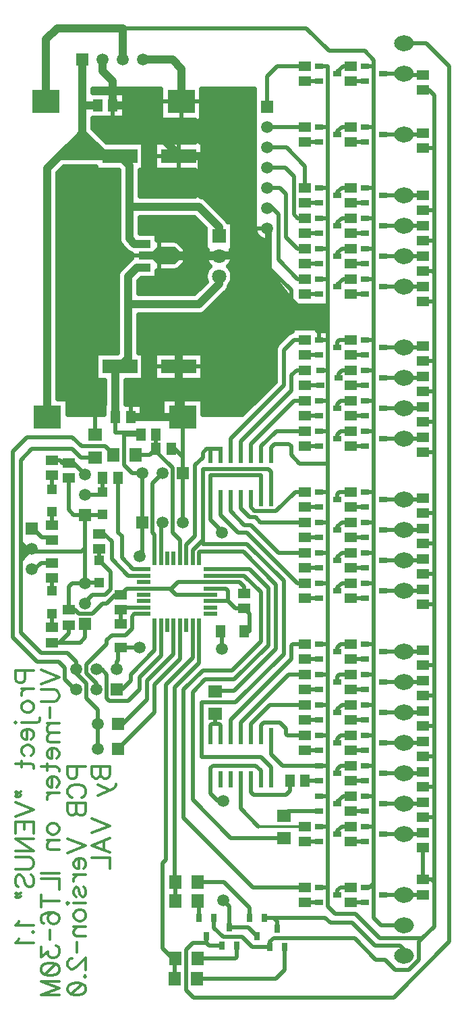
<source format=gbr>
G04 DipTrace 3.3.1.3*
G04 Bottom.gbr*
%MOIN*%
G04 #@! TF.FileFunction,Copper,L2,Bot*
G04 #@! TF.Part,Single*
%AMOUTLINE0*
4,1,10,
-0.100394,0.019685,
-0.033465,0.019685,
-0.009843,0.043307,
0.076772,0.043307,
0.100394,0.019685,
0.100394,-0.019685,
0.076772,-0.043307,
-0.009843,-0.043307,
-0.033465,-0.019685,
-0.100394,-0.019685,
-0.100394,0.019685,
0*%
%AMOUTLINE3*
4,1,20,
0.0,0.03937,
0.015208,0.037443,
0.028926,0.031851,
0.039814,0.023141,
0.046804,0.012166,
0.049213,0.0,
0.046804,-0.012166,
0.039814,-0.023141,
0.028926,-0.031851,
0.015208,-0.037443,
0.0,-0.03937,
-0.015208,-0.037443,
-0.028926,-0.031851,
-0.039814,-0.023141,
-0.046804,-0.012166,
-0.049213,0.0,
-0.046804,0.012166,
-0.039814,0.023141,
-0.028926,0.031851,
-0.015208,0.037443,
0.0,0.03937,
0*%
G04 #@! TA.AperFunction,CopperBalancing*
%ADD13C,0.019685*%
G04 #@! TA.AperFunction,Conductor*
%ADD14C,0.03937*%
%ADD15C,0.012992*%
G04 #@! TA.AperFunction,CopperBalancing*
%ADD16C,0.025*%
%ADD17R,0.059055X0.051181*%
%ADD19R,0.173228X0.070866*%
%ADD20R,0.051181X0.059055*%
%ADD22R,0.047244X0.047244*%
G04 #@! TA.AperFunction,ComponentPad*
%ADD23R,0.059055X0.059055*%
%ADD24C,0.059055*%
%ADD25R,0.047244X0.062992*%
%ADD26R,0.062992X0.047244*%
%ADD28R,0.025591X0.041339*%
%ADD30R,0.041339X0.025591*%
%ADD31R,0.062992X0.070866*%
%ADD32R,0.070866X0.062992*%
%ADD34R,0.066929X0.019685*%
%ADD35R,0.019685X0.066929*%
%ADD36R,0.023622X0.07874*%
G04 #@! TA.AperFunction,ComponentPad*
%ADD37R,0.137795X0.11811*%
%ADD39R,0.059055X0.03937*%
G04 #@! TA.AperFunction,ComponentPad*
%ADD40R,0.070866X0.070866*%
%ADD41C,0.070866*%
G04 #@! TA.AperFunction,ViaPad*
%ADD42C,0.059055*%
%ADD89C,0.013895*%
%ADD91OUTLINE0*%
G04 #@! TA.AperFunction,ComponentPad*
%ADD94OUTLINE3*%
%FSLAX26Y26*%
G04*
G70*
G90*
G75*
G01*
G04 Bottom*
%LPD*%
X1800050Y778001D2*
D13*
Y812352D1*
X1781201Y831201D1*
X1737256D1*
X2424951Y644735D2*
Y674950D1*
X2406201Y693701D1*
X2281201D1*
X2168701Y806201D1*
X2062451D1*
X2037451Y831201D1*
X1781201D1*
X999953Y3299950D2*
D14*
Y3528794D1*
X1021110Y3549951D1*
X1512453Y3993699D2*
Y3956202D1*
X1412451Y3856201D1*
X1062451D1*
Y3993702D1*
X1106201Y4037451D1*
X1143702D1*
X1718701Y1513386D2*
D13*
Y1557236D1*
X1693702Y1582235D1*
X1481202D1*
X1468701Y1569734D1*
Y1513386D1*
X1718701Y2899852D2*
Y3012450D1*
X1468701D1*
Y2899852D1*
X1562551Y784253D2*
X1656251D1*
X1699854Y740650D1*
X999953Y3299950D2*
Y3224951D1*
X1124951D1*
Y3212450D1*
X1043701D1*
Y3062451D1*
X1081202Y3024950D1*
X1131202D1*
Y2781201D1*
X1131201D1*
X1006202Y2056201D2*
Y2093701D1*
X1012451Y2099950D1*
Y2163091D1*
X1024951D1*
X1062451Y3856201D2*
D14*
Y3591293D1*
X1021110Y3549951D1*
X1131201Y2781201D2*
D13*
Y2624949D1*
X1118702Y2612450D1*
X1118701Y2162450D2*
X1025592D1*
X1024951Y2163091D1*
X1524951Y2156201D2*
Y2238091D1*
X1519341Y2243701D1*
X1531201Y1406201D2*
X1506201D1*
X1468701Y1443701D1*
Y1513386D1*
X1562551Y784253D2*
Y887352D1*
X1531202Y918701D1*
X1524951Y2731201D2*
Y2737450D1*
X1468701Y2793701D1*
Y2899852D1*
X937450Y5062450D2*
D14*
Y5006202D1*
X987255Y4956398D1*
Y4837451D1*
X1068701D1*
X1312449Y4593703D1*
Y4587450D1*
X1331202Y3299951D2*
X1074756D1*
Y3299950D1*
X1312449Y3549951D2*
Y3318705D1*
X1331202Y3299951D1*
X1512453Y4093699D2*
X1217375D1*
X1214568Y4096507D1*
X1312449Y4587450D2*
X1424951D1*
Y4437451D1*
X1599951Y4262451D1*
Y4231201D1*
Y4096507D1*
X1214568D1*
X1312449Y3549951D2*
Y3699950D1*
X1374951D1*
X1599951Y3924950D1*
Y4096507D1*
X1137450Y5062450D2*
X1281202D1*
X1324942Y5018710D1*
Y4856211D1*
X2518702Y1019735D2*
D13*
Y1175984D1*
X2518701Y1175986D1*
X2518702Y1019735D2*
X2562450D1*
X2574951Y1007234D1*
Y788484D1*
X2517668Y731201D1*
X2306202D1*
X2187451Y849951D1*
X2087451D1*
X2049951Y887451D1*
Y982235D1*
X2006398D1*
X2006201Y982038D1*
Y1282038D2*
X2049951D1*
Y982235D1*
X2006201Y1432037D2*
X2049951D1*
Y1582038D1*
Y1732038D1*
Y1882038D1*
Y2032038D1*
Y2182038D1*
Y2476769D1*
Y2632038D1*
Y2787904D1*
Y2932037D1*
Y3071824D1*
Y3232037D1*
Y3382038D1*
Y3532037D1*
Y3682038D1*
Y3850984D1*
Y3982038D1*
Y4132037D1*
Y4282038D1*
Y4432038D1*
Y4732038D1*
Y5032235D1*
X2006398D1*
X2006201Y5032038D1*
Y4732038D2*
X2049951D1*
X2006201Y4432038D2*
X2049951D1*
X2006201Y4282038D2*
X2049951D1*
X2006201Y4132038D2*
X2049951Y4132037D1*
X2006201Y3982038D2*
X2049951D1*
X2006201Y3682038D2*
X2049951D1*
X2012451Y3532038D2*
X2049951Y3532037D1*
X2006201Y3382038D2*
X2049951D1*
X2006201Y3232038D2*
X2049951Y3232037D1*
X2006201Y2932038D2*
X2049951Y2932037D1*
X2006201Y2782038D2*
X2044085D1*
X2049951Y2787904D1*
X2006201Y2632038D2*
X2049951D1*
X2006201Y2482038D2*
X2044682D1*
X2049951Y2476769D1*
X2006201Y2182038D2*
X2049951D1*
X2006201Y2032037D2*
X2049951Y2032038D1*
X2006201Y1882038D2*
X2049951D1*
X2006201Y1732037D2*
X2049951Y1732038D1*
X2006201Y1582038D2*
X2049951D1*
Y1432037D2*
Y1282038D1*
X2518701Y4913486D2*
X2549951D1*
X2574951Y4888486D1*
Y4625986D1*
Y4319735D1*
Y4169734D1*
Y4010416D1*
Y3869735D1*
Y3575986D1*
Y3425984D1*
Y3275986D1*
Y3125984D1*
Y2825986D1*
Y2675986D1*
Y2525986D1*
Y2375986D1*
Y2075986D1*
Y1925986D1*
Y1775986D1*
Y1619323D1*
Y1475986D1*
Y1325986D1*
Y1007234D1*
X2518702Y1325986D2*
X2574951D1*
X2518702Y1475986D2*
X2574951D1*
X2518701Y1625986D2*
X2568289D1*
X2574951Y1619323D1*
X2518702Y1775986D2*
X2574951D1*
X2518702Y1925986D2*
X2574951D1*
X2518701Y2075986D2*
X2574951D1*
X2518702Y2375986D2*
X2574951D1*
X2518702Y2525986D2*
X2574951D1*
X2518702Y2675986D2*
X2574951D1*
X2518702Y2825986D2*
X2574951D1*
X2518701Y3125986D2*
X2574951Y3125984D1*
X2518701Y3275986D2*
X2574951D1*
X2518701Y3425986D2*
X2574951Y3425984D1*
X2518702Y3575986D2*
X2574951D1*
X2518701Y3869735D2*
X2574951D1*
X2518702Y4019735D2*
X2565633D1*
X2574951Y4010416D1*
X2518701Y4169735D2*
X2574951Y4169734D1*
X2518702Y4319735D2*
X2574951D1*
X2518702Y4625986D2*
X2574951D1*
X1749951Y4231201D2*
X1762451D1*
Y4032235D1*
X1868701Y3925986D1*
Y3882235D1*
X1899951Y3850984D1*
X2049951D1*
X1768701Y3112450D2*
Y3149950D1*
X1787451Y3168701D1*
X1856201D1*
X1868701Y3156201D1*
Y3112451D1*
X1909328Y3071824D1*
X2049951D1*
X1768701Y1725984D2*
Y1638486D1*
X1825148Y1582038D1*
X2006201D1*
X1137992Y2455463D2*
X1269437D1*
X1300933Y2423967D1*
X1468701D1*
Y2486959D2*
X1310261D1*
X1274101Y2450799D1*
X1269437Y2455463D1*
X1487256Y831201D2*
Y781398D1*
X1531202Y737451D1*
X1624951D1*
X1674953Y687450D1*
X1762648D1*
X1468701Y2486959D2*
X1612944D1*
X1637451Y2462451D1*
Y2431004D1*
X1137992Y2455463D2*
X1055465D1*
X1024951Y2424950D1*
X768701Y2349950D2*
Y2462450D1*
X787451Y2481201D1*
X849951D1*
X768701Y3000147D2*
Y2843702D1*
X793701Y2818702D1*
X849951D1*
X587453Y2649953D2*
Y2637450D1*
X831199D1*
X849951Y2656203D1*
Y2818702D1*
Y2481201D2*
Y2656203D1*
X918701Y2483465D2*
X852215D1*
X849951Y2481201D1*
Y2818702D2*
X935189D1*
X937451Y2820965D1*
X1331202Y3299951D2*
Y3104478D1*
Y3024950D1*
X1274951Y3143701D2*
X1291979D1*
X1331202Y3104478D1*
Y3024950D2*
Y2781201D1*
X1331201D1*
X806202Y2056201D2*
Y2093699D1*
X762451Y2137450D1*
X631202D1*
X531202Y2237450D1*
Y2593702D1*
X587453Y2649953D1*
X806202Y2056201D2*
Y2037450D1*
X856202Y1987450D1*
Y1912450D1*
X912451Y1856201D1*
Y1662450D1*
Y1787450D2*
Y1662450D1*
X1762648Y687450D2*
Y712647D1*
X1781202Y731201D1*
X2181202D1*
X2287451Y624951D1*
X2331201D1*
X2381201Y574951D1*
X2449953D1*
X2500440Y625438D1*
Y713972D1*
X2517668Y731201D1*
X768701Y2349950D2*
X799951D1*
X818701Y2331201D1*
X887451D1*
X937451Y2381201D1*
X956201D1*
X999950Y2424950D1*
X1024951D1*
X531202Y2593702D2*
Y2618677D1*
Y2653129D1*
Y2680400D1*
Y3087451D1*
X587451Y3143701D1*
X787451D1*
X828937Y3102215D1*
X899951D1*
Y3212451D2*
Y4012450D1*
X984008Y4096507D1*
X1214568D1*
X1749951Y4231201D2*
X1599951D1*
X587453Y2649953D2*
X561650D1*
X531202Y2680400D1*
X587453Y2649953D2*
X562478D1*
X531202Y2618677D1*
X587453Y2649953D2*
X534378D1*
X531202Y2653129D1*
X1525150Y693702D2*
X1462451D1*
X1449854Y706299D1*
Y740650D1*
Y706299D2*
X1381299D1*
X1349951Y674951D1*
Y474950D1*
X1387450Y437451D1*
X2374953D1*
X2649951Y712450D1*
Y5031201D1*
X2536417Y5144735D1*
X2424951D1*
X1406202Y1006201D2*
X1537451D1*
X1662453Y881199D1*
Y831201D1*
X1402904Y531201D2*
X1793701D1*
X1837451Y574951D1*
Y687450D1*
X1404971Y912451D2*
X1412453D1*
Y831201D1*
X1599953Y693702D2*
Y637453D1*
X1593701Y631201D1*
X1406202D1*
X1292668Y531201D2*
Y627903D1*
X1295966Y631201D1*
X1382087Y2274361D2*
Y2113335D1*
X1249951Y1981199D1*
Y1118701D1*
X1231201Y1099950D1*
Y681201D1*
X1281201Y631201D1*
X1295966D1*
X1294735Y912451D2*
Y1004970D1*
X1295966Y1006201D1*
X1293701D1*
Y1968699D1*
X1413583Y2088581D1*
Y2274361D1*
X656202Y4856211D2*
D14*
Y5162451D1*
X712451Y5218701D1*
X1037450D1*
Y5062450D1*
X2231201Y5032038D2*
D13*
X2274951D1*
Y4732038D1*
Y4432038D1*
Y4282038D1*
Y4132038D1*
Y3982038D1*
Y3682038D1*
Y3526510D1*
Y3382038D1*
Y3232038D1*
Y2932038D1*
Y2782038D1*
Y2632038D1*
Y2473720D1*
Y2182038D1*
Y2032038D1*
Y1882038D1*
Y1732038D1*
Y1582038D1*
Y1432038D1*
Y1282038D1*
Y1000984D1*
X2256005Y982038D1*
X2231201D1*
Y1282038D2*
X2274951D1*
X2231201Y1432037D2*
X2274951Y1432038D1*
X2231201Y1582038D2*
X2274951D1*
X2231201Y1732037D2*
X2274951Y1732038D1*
X2231201Y1882038D2*
X2274951D1*
X2231201Y2032037D2*
X2274951Y2032038D1*
X2231201Y2182038D2*
X2274951D1*
Y1000984D2*
Y832235D1*
X2312451Y794735D1*
X2424951D1*
X2274951Y5032038D2*
X2277163Y5029827D1*
Y5060240D1*
X2231202Y5106201D1*
X2056201D1*
X1943701Y5218701D1*
X1037450D1*
X2231201Y4732038D2*
X2274951D1*
X2231201Y4432038D2*
X2274951D1*
X2231201Y4282038D2*
X2274951D1*
X2231201Y4132038D2*
X2274951D1*
X2231201Y3982038D2*
X2274951D1*
X2231201Y3682038D2*
X2274951D1*
X2231201Y3532038D2*
X2269424D1*
X2274951Y3526510D1*
X2231201Y3382038D2*
X2274951D1*
X2231201Y3232038D2*
X2274951D1*
X2231201Y2932038D2*
X2274951D1*
X2231201Y2782038D2*
X2274951D1*
X2231201Y2632038D2*
X2274951D1*
X2231201Y2482038D2*
X2266634D1*
X2274951Y2473720D1*
X2321752Y944636D2*
X2424853D1*
X2424951Y944735D1*
X2518505D1*
X2518702Y944932D1*
X2231201Y907235D2*
X2162648D1*
X2162451Y907432D1*
X2096752Y944636D2*
Y966535D1*
X2112451Y982235D1*
X2162451D1*
X1937451Y3982235D2*
X1899951D1*
X1806201Y4075986D1*
Y4300986D1*
X1768702Y4338484D1*
X1749951D1*
Y4331201D1*
X2006201Y907235D2*
X1937648D1*
X1937451Y907432D1*
X2321752Y1394635D2*
X2424852D1*
X2424951Y1394735D1*
X2512648D1*
X2518702Y1400789D1*
X2162451Y1357432D2*
X2231003D1*
X2231201Y1357234D1*
X2096752Y1394635D2*
Y1403001D1*
X2125986Y1432235D1*
X2162451D1*
X2321752Y1244636D2*
X2424853D1*
X2424951Y1244735D1*
X2512647D1*
X2518701Y1250789D1*
X2006201Y1357234D2*
X1853249D1*
X1831202Y1335186D1*
X2162451Y1207432D2*
X2231004D1*
X2231201Y1207235D1*
X2096752Y1244636D2*
Y1260285D1*
X2118702Y1282235D1*
X2162451D1*
X2006201Y1207235D2*
X1937648D1*
X1937451Y1207432D1*
X2321752Y1544636D2*
X2424853D1*
X2424951Y1544735D1*
X2512648D1*
X2518702Y1550789D1*
X2162451Y1507432D2*
X2231004D1*
X2231201Y1507235D1*
X2096752Y1544636D2*
Y1565501D1*
X2113486Y1582235D1*
X2162451D1*
X2006201Y1507235D2*
X1937255D1*
X2321752Y1694635D2*
X2424852D1*
X2424951Y1694735D1*
X2512647D1*
X2518701Y1700789D1*
X2162451Y1657432D2*
X2231003D1*
X2231201Y1657234D1*
X2096752Y1694635D2*
Y1715501D1*
X2113486Y1732235D1*
X2162451D1*
X1937451Y1657432D2*
X2006003D1*
X2006201Y1657234D1*
X2321752Y1844636D2*
X2424853D1*
X2424951Y1844735D1*
X2512648D1*
X2518702Y1850789D1*
X2162451Y1807432D2*
X2231004D1*
X2231201Y1807235D1*
X2096752Y1844636D2*
Y1859251D1*
X2119736Y1882235D1*
X2162451D1*
X1937451Y1807432D2*
X2006004D1*
X2006201Y1807235D1*
X2321752Y1994635D2*
X2424852D1*
X2424951Y1994735D1*
X2512648D1*
X2518702Y2000789D1*
X2162451Y1957432D2*
X2231003D1*
X2231201Y1957234D1*
X2096752Y1994635D2*
Y2021751D1*
X2107236Y2032235D1*
X2162451D1*
X1937451Y1957432D2*
X2006003D1*
X2006201Y1957234D1*
X2321752Y2144636D2*
X2424853D1*
X2424951Y2144735D1*
X2512647D1*
X2518701Y2150789D1*
X2162451Y2107432D2*
X2231004D1*
X2231201Y2107235D1*
X2096752Y2144636D2*
Y2165501D1*
X2113486Y2182235D1*
X2162451D1*
X2006201Y2107235D2*
X1937648D1*
X1937451Y2107432D1*
X2321752Y2444636D2*
X2424853D1*
X2424951Y2444735D1*
X2512648D1*
X2518702Y2450789D1*
X2231201Y2407235D2*
X2162647D1*
X2162451Y2407430D1*
X2096752Y2444636D2*
Y2459251D1*
X2119735Y2482234D1*
X2162451D1*
X2006201Y2407235D2*
X1937647D1*
X1937451Y2407430D1*
X2321752Y2594636D2*
X2424853D1*
X2424951Y2594735D1*
X2512648D1*
X2518702Y2600789D1*
X2231201Y2557235D2*
X2162648D1*
X2162451Y2557432D1*
X2096752Y2594636D2*
Y2609251D1*
X2119736Y2632235D1*
X2162451D1*
X2006201Y2557235D2*
X1937648D1*
X1937451Y2557432D1*
X2321752Y2744636D2*
X2424853D1*
X2424951Y2744735D1*
X2512648D1*
X2518702Y2750789D1*
X2231201Y2707235D2*
X2162647D1*
X2162451Y2707430D1*
X2096752Y2744636D2*
Y2759251D1*
X2119735Y2782234D1*
X2162451D1*
X2006201Y2707235D2*
X1937647D1*
X1937451Y2707430D1*
X2321752Y2894636D2*
X2424853D1*
X2424951Y2894735D1*
X2512648D1*
X2518702Y2900789D1*
X2231201Y2857235D2*
X2162648D1*
X2162451Y2857432D1*
X2096752Y2894636D2*
Y2921751D1*
X2107236Y2932235D1*
X2162451D1*
X2006201Y2857235D2*
X1937648D1*
X1937451Y2857432D1*
X2321752Y3194636D2*
X2424853D1*
X2424951Y3194735D1*
X2512647D1*
X2518701Y3200789D1*
X2231201Y3157235D2*
X2162648D1*
X2162451Y3157432D1*
X2096752Y3194636D2*
Y3215501D1*
X2113486Y3232235D1*
X2162451D1*
X2006201Y3157235D2*
X1937648D1*
X1937451Y3157432D1*
X2321752Y3344636D2*
X2424853D1*
X2424951Y3344735D1*
X2512647D1*
X2518701Y3350789D1*
X2231201Y3307235D2*
X2162647D1*
X2162451Y3307430D1*
X2096752Y3344636D2*
Y3365501D1*
X2113484Y3382234D1*
X2162451D1*
X2006201Y3307235D2*
X1937647D1*
X1937451Y3307430D1*
X2321752Y3494636D2*
X2424853D1*
X2424951Y3494735D1*
X2512647D1*
X2518701Y3500789D1*
X2231201Y3457235D2*
X2162648D1*
X2162451Y3457432D1*
X2103003Y3494636D2*
Y3515501D1*
X2119736Y3532235D1*
X2162451D1*
X2012451Y3457235D2*
X1937648D1*
X1937451Y3457432D1*
X2321752Y3644636D2*
X2424853D1*
X2424951Y3644735D1*
X2512648D1*
X2518702Y3650789D1*
X2231201Y3607235D2*
X2162451D1*
X2096752Y3644636D2*
Y3671751D1*
X2107039Y3682038D1*
X2162451D1*
X2006201Y3607235D2*
X1937647D1*
X1937451Y3607430D1*
X2518701Y4988289D2*
X2431398D1*
X2424951Y4994735D1*
X2321752Y4994636D2*
X2424853D1*
X2424951Y4994735D1*
X2231201Y4957235D2*
X2162648D1*
X2162451Y4957432D1*
X2096752Y4994636D2*
Y5003001D1*
X2125986Y5032235D1*
X2162451D1*
X2006201Y4957235D2*
X1937648D1*
X1937451Y4957432D1*
X2321752Y4694636D2*
X2424853D1*
X2424951Y4694735D1*
X2512648D1*
X2518702Y4700789D1*
X2231201Y4657235D2*
X2162648D1*
X2162451Y4657432D1*
X2096752Y4694636D2*
Y4709251D1*
X2119736Y4732235D1*
X2162451D1*
X1937451Y4657432D2*
X2006004D1*
X2006201Y4657235D1*
X1937451Y4132235D2*
X1899951D1*
X1843701Y4188486D1*
Y4400986D1*
X1813486Y4431201D1*
X1749951D1*
X2321752Y4394636D2*
X2424853D1*
X2424951Y4394735D1*
X2518505D1*
X2518702Y4394538D1*
X2162451Y4357432D2*
X2231004D1*
X2231201Y4357235D1*
X2096752Y4394636D2*
Y4409251D1*
X2119736Y4432235D1*
X2162451D1*
X1937451Y4357432D2*
X2006004D1*
X2006201Y4357235D1*
X2321752Y4244636D2*
X2424853D1*
X2424951Y4244735D1*
X2518504D1*
X2518701Y4244538D1*
X2231201Y4207235D2*
X2162648D1*
X2162451Y4207432D1*
X2096752Y4244636D2*
Y4259251D1*
X2119736Y4282235D1*
X2162451D1*
X2006201Y4207235D2*
X1937648D1*
X1937451Y4207432D1*
X2321752Y4094636D2*
X2424853D1*
X2424951Y4094735D1*
X2518505D1*
X2518702Y4094538D1*
X2162451Y4057432D2*
X2231004D1*
X2231201Y4057235D1*
X2096752Y4094636D2*
Y4109251D1*
X2119736Y4132235D1*
X2162451D1*
X1937451Y4057432D2*
X2006004D1*
X2006201Y4057235D1*
X2321752Y3944636D2*
X2424853D1*
X2424951Y3944735D1*
X2518504D1*
X2518701Y3944538D1*
X2162451Y3907432D2*
X2231004D1*
X2231201Y3907235D1*
X2096752Y3944636D2*
Y3953001D1*
X2125986Y3982235D1*
X2162451D1*
X1968702Y3907235D2*
X2006201D1*
X1937451Y4282235D2*
X1899951D1*
X1881201Y4300986D1*
Y4488486D1*
X1838486Y4531201D1*
X1749951D1*
X1937451Y4432235D2*
Y4538484D1*
X1844735Y4631201D1*
X1749951D1*
X1937451Y4732235D2*
X1887451D1*
Y4731201D1*
X1749951D1*
X1937451Y5032235D2*
X1799951D1*
X1749951Y4982235D1*
Y4831201D1*
X1568701Y3112450D2*
Y3193701D1*
X1831201Y3456201D1*
Y3631199D1*
X1882235Y3682234D1*
X1937451D1*
X1618701Y3112450D2*
Y3181201D1*
X1868701Y3431201D1*
Y3506199D1*
X1894736Y3532235D1*
X1937451D1*
X1668701Y3112450D2*
Y3168699D1*
X1882235Y3382234D1*
X1937451D1*
X1718701Y3112450D2*
Y3156199D1*
X1794736Y3232235D1*
X1937451D1*
X1668701Y2899852D2*
Y2856201D1*
X1687451Y2837450D1*
X1793701D1*
X1888486Y2932235D1*
X1937451D1*
X1618701Y2899852D2*
Y2849951D1*
X1662451Y2806201D1*
X1693701D1*
X1717668Y2782234D1*
X1937451D1*
X1568701Y2899852D2*
Y2837451D1*
X1637451Y2768701D1*
X1668701D1*
X1805167Y2632235D1*
X1937451D1*
X1518701Y2899852D2*
Y2818701D1*
X1606201Y2731201D1*
X1649951D1*
X1898919Y2482234D1*
X1937451D1*
X1568701Y1725984D2*
Y1806201D1*
X1868701Y2106201D1*
Y2174950D1*
X1875986Y2182235D1*
X1937451D1*
X1618701Y1725984D2*
Y1793699D1*
X1857236Y2032235D1*
X1937451D1*
X1668701Y1725984D2*
Y1787450D1*
X1763486Y1882235D1*
X1937451D1*
X1718701Y1725984D2*
Y1782234D1*
X1731202Y1794735D1*
X1812451D1*
X1843702Y1763484D1*
Y1738484D1*
X1849951Y1732235D1*
X1937451D1*
X1668701Y1513386D2*
Y1450986D1*
X1681202Y1438484D1*
X1843701D1*
X1862451Y1457235D1*
Y1507235D1*
X1618701Y1513386D2*
Y1369735D1*
X1706201Y1282235D1*
D15*
X1937451D1*
X1468701Y1725984D2*
D13*
Y1781199D1*
X1475986Y1788484D1*
X1493701D1*
X1512453D1*
X1518701Y1782236D1*
Y1725984D1*
X1493701Y1788484D2*
Y1837450D1*
X1468701Y3112450D2*
Y3143701D1*
X1518701D1*
Y3112450D1*
X1350591Y2605070D2*
Y2669340D1*
X1393701Y2712450D1*
Y3062450D1*
X1431201Y3099950D1*
Y3124950D1*
X1449951Y3143701D1*
X1468701D1*
X1768701Y2899852D2*
Y3031202D1*
X1756202Y3043701D1*
X1431202D1*
Y2693701D1*
X1382087Y2644585D1*
Y2605070D1*
X1431202Y2693701D2*
Y2674951D1*
X1649950D1*
X1831201Y2493701D1*
Y2131199D1*
X1593702Y1893701D1*
X1424951D1*
Y1624951D1*
X1718701D1*
X1768701Y1574951D1*
Y1513386D1*
X1006202Y1956201D2*
X1031201D1*
X1074951Y1999951D1*
Y2031201D1*
X1193110Y2149360D1*
Y2274361D1*
X906202Y1956201D2*
Y1987450D1*
X856201Y2037451D1*
Y2081201D1*
X956201Y2181201D1*
Y2199950D1*
X981202Y2224951D1*
X1049953D1*
X1081202Y2256201D1*
Y2318702D1*
X1091979Y2329479D1*
X1137992D1*
X906202Y2056201D2*
X931201D1*
X956201Y2031201D1*
Y1912451D1*
X968701Y1899951D1*
X1062451D1*
X1118701Y1956201D1*
Y2018699D1*
X1224606Y2124605D1*
Y2274361D1*
X1199755Y3212450D2*
Y3144094D1*
X1200148Y3143701D1*
X1319094Y2605070D2*
Y2693307D1*
X1281201Y2731201D1*
Y3049951D1*
X1187451Y3143701D1*
X1200148D1*
X1099951Y3112451D2*
X1168899D1*
X1200148Y3143701D1*
X1137992Y2360975D2*
X1035780D1*
X1024951Y2350147D1*
Y2281201D2*
Y2350147D1*
X1468701Y2455463D2*
X1544437D1*
X1556201Y2443699D1*
Y2399949D1*
X1548723Y2392471D1*
X1468701D1*
X1548723D2*
X1559705Y2390198D1*
X1593702Y2356201D1*
X1637451D1*
Y2243701D2*
X1662451D1*
Y2331201D1*
X1637451Y2356201D1*
X1468701Y2518455D2*
X1637697D1*
X1718701Y2437451D1*
Y2193701D1*
X1574951Y2049951D1*
X1431202D1*
X1337451Y1956201D1*
Y1324950D1*
X1680167Y982235D1*
X1937451D1*
X587453Y2749953D2*
X593699D1*
X637451Y2706201D1*
X687451D1*
Y2693701D1*
X837450Y5062450D2*
D14*
Y4837451D1*
Y4701537D1*
X811270Y4675357D1*
X784437Y4648524D1*
X757723Y4621810D1*
X723364Y4587450D1*
X662462Y4526549D1*
Y3299951D1*
X912451Y4837451D2*
X837450D1*
X1021110Y4587450D2*
X951537D1*
X837450Y4701537D1*
X1021110Y4587450D2*
X723364D1*
X1021110D2*
X899177D1*
X811270Y4675357D1*
X1021110Y4587450D2*
X845510D1*
X784437Y4648524D1*
X1021110Y4587450D2*
X792083D1*
X757723Y4621810D1*
X1512453Y4193699D2*
Y4237450D1*
X1412451Y4337451D1*
X1081199D1*
X1068699Y4324951D1*
Y4181202D1*
X1094340Y4155562D1*
X1143702D1*
X1068699Y4324951D2*
Y4539861D1*
X1021110Y4587450D1*
X687451Y2581201D2*
D13*
X631202D1*
X587453Y2537451D1*
Y2549953D1*
X687451Y2506398D2*
Y2442471D1*
Y2768504D2*
Y2832432D1*
Y2187648D2*
X723605D1*
X825148D1*
X849951Y2212451D1*
Y2281201D1*
X768701Y2275147D2*
Y2232744D1*
X723605Y2187648D1*
X768701Y2275147D2*
X774951D1*
Y2262450D1*
X687451Y2187648D2*
X743898D1*
X1012255Y2999951D2*
Y2731398D1*
X1031202Y2712450D1*
Y2606201D1*
X1087451Y2549951D1*
X1137992D1*
X687451Y3087255D2*
X725148D1*
X731202Y3081201D1*
X787453D1*
X849951Y3018702D1*
X731202Y3081201D2*
X737453Y3074950D1*
X768701D1*
X1137992Y2518455D2*
X1062698D1*
X981202Y2599951D1*
Y2687450D1*
X943898Y2724755D1*
X918701D1*
X937451Y2931201D2*
Y2999951D1*
X849951Y2918702D2*
X924953D1*
X937451Y2931201D1*
X849951Y2381201D2*
Y2387450D1*
X887453Y2424951D1*
X949953D1*
X974951Y2449950D1*
Y2537450D1*
X918701Y2593701D1*
Y2649950D2*
Y2593701D1*
X1224606Y2605070D2*
Y2774606D1*
X1231201Y2781201D1*
X1193110Y2605070D2*
Y2719293D1*
X1181202Y2731201D1*
Y2974950D1*
X1231202Y3024950D1*
X687451Y2942668D2*
Y3012450D1*
Y2332234D2*
Y2262451D1*
X1468701Y2549951D2*
X1662450D1*
X1756201Y2456201D1*
Y2174950D1*
X1587451Y2006201D1*
X1443701D1*
X1381201Y1943701D1*
Y1412451D1*
X1568702Y1224950D1*
X1831202D1*
X1493701Y1947686D2*
Y1949951D1*
X1587451D1*
X1793701Y2156201D1*
Y2474950D1*
X1631201Y2637450D1*
X1418701D1*
X1413583Y2632332D1*
Y2605070D1*
X1319094Y2274361D2*
Y2106594D1*
X1193701Y1981201D1*
Y1843699D1*
X1012451Y1662450D1*
Y1787450D2*
X1037450D1*
X1156201Y1906201D1*
Y1999950D1*
X1287598Y2131348D1*
Y2274361D1*
X989715Y3112451D2*
X993701D1*
X949951Y3156201D1*
X831202D1*
X787451Y3199951D1*
X562453D1*
X493701Y3131199D1*
Y2212451D1*
X612451Y2093701D1*
X718702D1*
X749951Y2062451D1*
Y2006201D1*
X799951Y1956201D1*
X806202D1*
D42*
X1118701Y2162450D3*
X1524951Y2156201D3*
X1531201Y1406201D3*
X1531202Y918701D3*
X1524951Y2731201D3*
X1118702Y2612450D3*
X1048548Y4893832D2*
D16*
X1220349D1*
X1429530D2*
X1684726D1*
X1048548Y4868963D2*
X1220349D1*
X1429530D2*
X1684726D1*
X1048548Y4844094D2*
X1220349D1*
X1429530D2*
X1684726D1*
X1048548Y4819226D2*
X1220349D1*
X1429530D2*
X1684726D1*
X1048548Y4794357D2*
X1220349D1*
X1429530D2*
X1684726D1*
X892810Y4769488D2*
X1220349D1*
X1429530D2*
X1684726D1*
X892810Y4744619D2*
X1391194D1*
X1421205D2*
X1684942D1*
X896506Y4719751D2*
X1391194D1*
X1421205D2*
X1684942D1*
X921374Y4694882D2*
X1391194D1*
X1421205D2*
X1684942D1*
X946242Y4670013D2*
X1391194D1*
X1421205D2*
X1684942D1*
X1143426Y4645144D2*
X1190135D1*
X1434733D2*
X1684942D1*
X1143426Y4620276D2*
X1190135D1*
X1434733D2*
X1684942D1*
X1143426Y4595407D2*
X1190135D1*
X1434733D2*
X1684942D1*
X1143426Y4570538D2*
X1190135D1*
X1434733D2*
X1684942D1*
X1143426Y4545669D2*
X1190135D1*
X1434733D2*
X1684942D1*
X733987Y4520801D2*
X898827D1*
X1143426D2*
X1190135D1*
X1434733D2*
X1684942D1*
X717839Y4495932D2*
X1013333D1*
X1124084D2*
X1391194D1*
X1421205D2*
X1684942D1*
X717839Y4471063D2*
X1013333D1*
X1124084D2*
X1391194D1*
X1421205D2*
X1684942D1*
X717839Y4446194D2*
X1013333D1*
X1124084D2*
X1391194D1*
X1421205D2*
X1684942D1*
X717839Y4421325D2*
X1013333D1*
X1124084D2*
X1391194D1*
X1421205D2*
X1684942D1*
X717839Y4396457D2*
X1013333D1*
X1124084D2*
X1391194D1*
X1421205D2*
X1684942D1*
X717839Y4371588D2*
X1013333D1*
X1455582D2*
X1684942D1*
X717839Y4346719D2*
X1013333D1*
X1480450D2*
X1684942D1*
X717839Y4321850D2*
X1013333D1*
X1505318D2*
X1684942D1*
X717839Y4296982D2*
X1013333D1*
X1530185D2*
X1684942D1*
X717839Y4272113D2*
X1013333D1*
X1124084D2*
X1400524D1*
X1554874D2*
X1684942D1*
X717839Y4247244D2*
X1013333D1*
X1124084D2*
X1425391D1*
X1583581D2*
X1684942D1*
X717839Y4222375D2*
X1013333D1*
X1124084D2*
X1441324D1*
X1583581D2*
X1685229D1*
X717839Y4197507D2*
X1013333D1*
X1208914D2*
X1441324D1*
X1583581D2*
X1694559D1*
X717839Y4172638D2*
X1014015D1*
X1298732D2*
X1441324D1*
X1583581D2*
X1725024D1*
X717839Y4147769D2*
X1025247D1*
X1332822D2*
X1441324D1*
X1583581D2*
X1743899D1*
X717839Y4122900D2*
X1049720D1*
X1349975D2*
X1447855D1*
X1577050D2*
X1744653D1*
X717839Y4098031D2*
X1078499D1*
X1350657D2*
X1441467D1*
X1583437D2*
X1745407D1*
X717839Y4073163D2*
X1064648D1*
X1350441D2*
X1444482D1*
X1580423D2*
X1746160D1*
X717839Y4048294D2*
X1039780D1*
X1335872D2*
X1458512D1*
X1566392D2*
X1746914D1*
X717839Y4023425D2*
X1016240D1*
X1308493D2*
X1448106D1*
X1576799D2*
X1750143D1*
X717839Y3998556D2*
X1007305D1*
X1208914D2*
X1441503D1*
X1583402D2*
X1769018D1*
X717839Y3973688D2*
X1007089D1*
X1119706D2*
X1444302D1*
X1580603D2*
X1787893D1*
X717839Y3948819D2*
X1007089D1*
X1117804D2*
X1427796D1*
X1567290D2*
X1806769D1*
X717839Y3923950D2*
X1007089D1*
X1117804D2*
X1402928D1*
X1556847D2*
X1825608D1*
X717839Y3899081D2*
X1007089D1*
X1532590D2*
X1844483D1*
X717839Y3874213D2*
X1007089D1*
X1507722D2*
X1863358D1*
X717839Y3849344D2*
X1007089D1*
X1482854D2*
X1872221D1*
X717839Y3824475D2*
X1007089D1*
X1457986D2*
X2034956D1*
X717839Y3799606D2*
X1007089D1*
X1117804D2*
X2034956D1*
X717839Y3774738D2*
X1007089D1*
X1117804D2*
X2034956D1*
X717839Y3749869D2*
X1007089D1*
X1117804D2*
X2034956D1*
X717839Y3725000D2*
X1007089D1*
X1117804D2*
X1872221D1*
X717839Y3700131D2*
X1007089D1*
X1117804D2*
X1836768D1*
X717839Y3675262D2*
X1007089D1*
X1117804D2*
X1811900D1*
X717839Y3650394D2*
X1007089D1*
X1117804D2*
X1790190D1*
X717839Y3625525D2*
X1007089D1*
X1117804D2*
X1785669D1*
X717839Y3600656D2*
X898827D1*
X1143426D2*
X1190135D1*
X1434733D2*
X1785669D1*
X717839Y3575787D2*
X898827D1*
X1143426D2*
X1190135D1*
X1434733D2*
X1785669D1*
X717839Y3550919D2*
X898827D1*
X1143426D2*
X1190135D1*
X1434733D2*
X1785669D1*
X717839Y3526050D2*
X898827D1*
X1143426D2*
X1190135D1*
X1434733D2*
X1785669D1*
X717839Y3501181D2*
X898827D1*
X1143426D2*
X1190135D1*
X1434733D2*
X1785669D1*
X717839Y3476312D2*
X944579D1*
X1055330D2*
X1785669D1*
X717839Y3451444D2*
X944579D1*
X1055330D2*
X1763097D1*
X717839Y3426575D2*
X944579D1*
X1055330D2*
X1738230D1*
X717839Y3401706D2*
X944579D1*
X1055330D2*
X1713362D1*
X767036Y3376837D2*
X944579D1*
X1055330D2*
X1226629D1*
X1435774D2*
X1688494D1*
X767036Y3351969D2*
X938694D1*
X1136033D2*
X1226629D1*
X1435774D2*
X1663626D1*
X767036Y3327100D2*
X938694D1*
X1136033D2*
X1226629D1*
X1435774D2*
X1638759D1*
X1194487Y4656068D2*
X1393694D1*
X1393701Y4763989D1*
X1222860Y4763971D1*
Y4918696D1*
X890320Y4918701D1*
X890421Y4900164D1*
X1046030D1*
Y4774739D1*
X890308D1*
X890320Y4723447D1*
X957681Y4656076D1*
X1140909Y4656068D1*
Y4518832D1*
X1121568D1*
X1121570Y4390331D1*
X1393715Y4390322D1*
X1393665Y4518832D1*
X1192650D1*
Y4656068D1*
X1194487D1*
X1418698D2*
X1432248D1*
Y4518832D1*
X1418705D1*
X1418701Y4389916D1*
X1424794Y4388861D1*
X1432684Y4386297D1*
X1440076Y4382531D1*
X1446788Y4377654D1*
X1469323Y4355349D1*
X1552656Y4271787D1*
X1557540Y4265061D1*
X1563257Y4262317D1*
X1581071D1*
Y4125081D1*
X1573539Y4124956D1*
X1576530Y4118247D1*
X1578787Y4111257D1*
X1580283Y4104065D1*
X1581003Y4096755D1*
X1580850Y4088194D1*
X1579869Y4080914D1*
X1578116Y4073780D1*
X1575611Y4066875D1*
X1572381Y4060278D1*
X1568465Y4054063D1*
X1563907Y4048303D1*
X1559445Y4043706D1*
X1564630Y4038263D1*
X1570959Y4029552D1*
X1575848Y4019958D1*
X1579175Y4009718D1*
X1580859Y3999083D1*
Y3988316D1*
X1579175Y3977681D1*
X1575848Y3967440D1*
X1570959Y3957847D1*
X1564904Y3949483D1*
X1563862Y3943860D1*
X1561298Y3935970D1*
X1557532Y3928578D1*
X1552656Y3921866D1*
X1530350Y3899330D1*
X1446788Y3815998D1*
X1440076Y3811122D1*
X1432684Y3807355D1*
X1424794Y3804791D1*
X1416600Y3803494D1*
X1384892Y3803331D1*
X1115294D1*
X1115322Y3618540D1*
X1140910Y3618569D1*
Y3481333D1*
X1052814D1*
X1052823Y3362686D1*
X1133532Y3362663D1*
Y3312461D1*
X1229099Y3312451D1*
X1229120Y3392191D1*
X1433285D1*
Y3312450D1*
X1626624Y3312451D1*
X1788184Y3474034D1*
X1788306Y3634575D1*
X1789362Y3641244D1*
X1791448Y3647665D1*
X1794514Y3653681D1*
X1798482Y3659144D1*
X1826759Y3687607D1*
X1854291Y3714952D1*
X1859753Y3718921D1*
X1865769Y3721986D1*
X1872203Y3724075D1*
X1874739Y3733694D1*
Y3741009D1*
X2000164D1*
Y3727983D1*
X2037428Y3728018D1*
X2037451Y3831740D1*
X1898252Y3837567D1*
X1895408Y3838306D1*
X1892815Y3839689D1*
X1890616Y3841638D1*
X1885243Y3848657D1*
X1874739Y3848656D1*
Y3862471D1*
X1751491Y4025191D1*
X1750391Y4027916D1*
X1749957Y4030822D1*
X1745577Y4168641D1*
X1738292Y4169582D1*
X1731168Y4171367D1*
X1724301Y4173974D1*
X1717786Y4177365D1*
X1711712Y4181495D1*
X1706163Y4186307D1*
X1701214Y4191735D1*
X1696934Y4197704D1*
X1693381Y4204132D1*
X1690605Y4210932D1*
X1688642Y4218010D1*
X1687490Y4223971D1*
X1687255Y4232608D1*
X1687451Y4243324D1*
X1687239Y4331201D1*
X1687451Y4344374D1*
X1687239Y4431201D1*
X1687451Y4445424D1*
X1687239Y4531201D1*
X1687451Y4546474D1*
X1687239Y4631201D1*
X1687451Y4647524D1*
X1687239Y4731201D1*
X1687451Y4748573D1*
X1687239Y4768488D1*
X1687451Y4904741D1*
Y4918700D1*
X1427052Y4918701D1*
X1427025Y4763971D1*
X1418707D1*
X1418702Y4656033D1*
X1014992Y4518832D2*
X901311D1*
Y4534585D1*
X745268Y4534580D1*
X715354Y4504671D1*
X715332Y3392214D1*
X764545Y3392191D1*
Y3312421D1*
X941164Y3312451D1*
X941177Y3362663D1*
X947098D1*
X947083Y3481345D1*
X901311Y3481333D1*
Y3618569D1*
X1009574D1*
X1009744Y3997850D1*
X1011042Y4006044D1*
X1013606Y4013935D1*
X1017372Y4021327D1*
X1022249Y4028039D1*
X1044554Y4050574D1*
X1071864Y4077654D1*
X1078590Y4082539D1*
X1080989Y4084171D1*
Y4104402D1*
X1074107Y4106716D1*
X1066715Y4110482D1*
X1060003Y4115359D1*
X1037468Y4137664D1*
X1028497Y4146866D1*
X1023620Y4153578D1*
X1019854Y4160970D1*
X1017290Y4168860D1*
X1015992Y4177054D1*
X1015829Y4208761D1*
Y4517972D1*
X1194487Y3618569D2*
X1432248D1*
Y3481333D1*
X1192650D1*
Y3618569D1*
X1194487D1*
X1206415Y4020024D2*
Y3984581D1*
X1128080D1*
X1115344Y3971825D1*
X1115322Y3909051D1*
X1390541Y3909071D1*
X1449032Y3967551D1*
X1445731Y3977681D1*
X1444046Y3988316D1*
Y3999083D1*
X1445731Y4009718D1*
X1449058Y4019958D1*
X1453946Y4029552D1*
X1460275Y4038263D1*
X1465493Y4043663D1*
X1460194Y4049230D1*
X1455740Y4055072D1*
X1451936Y4061355D1*
X1448825Y4068010D1*
X1446444Y4074958D1*
X1444818Y4082122D1*
X1443968Y4089418D1*
X1443903Y4096763D1*
X1444623Y4104074D1*
X1446121Y4111265D1*
X1448379Y4118255D1*
X1451435Y4125084D1*
X1443835Y4125081D1*
Y4231334D1*
X1390547Y4284586D1*
X1121538Y4284581D1*
X1121570Y4208435D1*
X1206415Y4208432D1*
X1206563Y4172999D1*
X1293986Y4172893D1*
X1299419Y4172000D1*
X1304629Y4170222D1*
X1309474Y4167606D1*
X1313819Y4164226D1*
X1340224Y4137711D1*
X1343434Y4133238D1*
X1345861Y4128297D1*
X1347437Y4123021D1*
X1348119Y4117558D1*
X1348041Y4074175D1*
X1347149Y4068743D1*
X1345370Y4063532D1*
X1342755Y4058688D1*
X1339374Y4054342D1*
X1313471Y4028471D1*
X1309078Y4025153D1*
X1304197Y4022606D1*
X1298962Y4020902D1*
X1293517Y4020086D1*
X1221524Y4020014D1*
X1206416D1*
X1312449Y4656032D2*
D13*
Y4518868D1*
X1192686Y4587450D2*
X1432212D1*
X987255Y4900128D2*
Y4774775D1*
Y4837451D2*
X1045994D1*
X1074756Y3362627D2*
Y3299950D1*
X1312449Y3618534D2*
Y3481369D1*
X1192686Y3549951D2*
X1432212D1*
X1749951Y4231201D2*
Y4168524D1*
X1687275Y4231201D2*
X1749951D1*
X2006201Y3727982D2*
Y3682038D1*
X1331202Y3392156D2*
Y3299951D1*
X1324942Y4856211D2*
Y4764007D1*
X1222896Y4856211D2*
X1426989D1*
X1214568Y4172991D2*
Y4020022D1*
X1080997Y4096507D2*
X1348139D1*
X1443871Y4093699D2*
X1581035D1*
D17*
X1637451Y2356201D3*
Y2431004D3*
X1024951Y2424950D3*
Y2350147D3*
D19*
X1312449Y4587450D3*
X1021110D3*
D20*
X912451Y4837451D3*
X987255D3*
X999953Y3299950D3*
X1074756D3*
D19*
X1312449Y3549951D3*
X1021110D3*
D17*
X687451Y2693701D3*
Y2768504D3*
Y2581201D3*
Y2506398D3*
X768701Y2349950D3*
Y2275147D3*
Y3074950D3*
Y3000147D3*
D20*
X1274951Y3143701D3*
X1200148D3*
D22*
X687451Y2942668D3*
Y2832432D3*
Y2332235D3*
Y2442471D3*
X937451Y2931201D3*
Y2820965D3*
X918702Y2593701D3*
Y2483465D3*
D23*
X1749951Y4831201D3*
D24*
Y4731201D3*
Y4631201D3*
Y4531201D3*
Y4431201D3*
Y4331201D3*
Y4231201D3*
D23*
X1006202Y1956201D3*
D24*
Y2056201D3*
X906202Y1956201D3*
Y2056201D3*
X806202Y1956201D3*
Y2056201D3*
D23*
X837450Y5062450D3*
D24*
X937450D3*
X1037450D3*
X1137450D3*
D23*
X587453Y2749953D3*
D24*
Y2649953D3*
Y2549953D3*
D23*
X1012451Y1787450D3*
D24*
X912451D3*
D23*
X1012451Y1662450D3*
D24*
X912451D3*
D25*
X1637451Y2243701D3*
X1519341D3*
D26*
X1024951Y2281201D3*
Y2163091D3*
D28*
X1599953Y693702D3*
X1525150D3*
X1562551Y784253D3*
X1662453Y831201D3*
X1737256D3*
X1699854Y740650D3*
X1412453Y831201D3*
X1487256D3*
X1449854Y740650D3*
X1837451Y687450D3*
X1762648D3*
X1800050Y778001D3*
D30*
X2231201Y907235D3*
Y982038D3*
X2321752Y944636D3*
X2006201Y907235D3*
Y982038D3*
X2096752Y944636D3*
X2231201Y1357234D3*
Y1432037D3*
X2321752Y1394635D3*
X2006201Y1357234D3*
Y1432037D3*
X2096752Y1394635D3*
X2231201Y1207235D3*
Y1282038D3*
X2321752Y1244636D3*
X2006201Y1207235D3*
Y1282038D3*
X2096752Y1244636D3*
X2231201Y1507235D3*
Y1582038D3*
X2321752Y1544636D3*
X2006201Y1507235D3*
Y1582038D3*
X2096752Y1544636D3*
X2231201Y1657234D3*
Y1732037D3*
X2321752Y1694635D3*
X2006201Y1657234D3*
Y1732037D3*
X2096752Y1694635D3*
X2231201Y1807235D3*
Y1882038D3*
X2321752Y1844636D3*
X2006201Y1807235D3*
Y1882038D3*
X2096752Y1844636D3*
X2231201Y1957234D3*
Y2032037D3*
X2321752Y1994635D3*
X2006201Y1957234D3*
Y2032037D3*
X2096752Y1994635D3*
X2231201Y2107235D3*
Y2182038D3*
X2321752Y2144636D3*
X2006201Y2107235D3*
Y2182038D3*
X2096752Y2144636D3*
X2231201Y2407235D3*
Y2482038D3*
X2321752Y2444636D3*
X2006201Y2407235D3*
Y2482038D3*
X2096752Y2444636D3*
X2231201Y2557235D3*
Y2632038D3*
X2321752Y2594636D3*
X2006201Y2557235D3*
Y2632038D3*
X2096752Y2594636D3*
X2231201Y2707235D3*
Y2782038D3*
X2321752Y2744636D3*
X2006201Y2707235D3*
Y2782038D3*
X2096752Y2744636D3*
X2231201Y2857235D3*
Y2932038D3*
X2321752Y2894636D3*
X2006201Y2857235D3*
Y2932038D3*
X2096752Y2894636D3*
X2231201Y3157235D3*
Y3232038D3*
X2321752Y3194636D3*
X2006201Y3157235D3*
Y3232038D3*
X2096752Y3194636D3*
X2231201Y3307235D3*
Y3382038D3*
X2321752Y3344636D3*
X2006201Y3307235D3*
Y3382038D3*
X2096752Y3344636D3*
X2231201Y3457235D3*
Y3532038D3*
X2321752Y3494636D3*
X2012451Y3457235D3*
Y3532038D3*
X2103003Y3494636D3*
X2231201Y3607235D3*
Y3682038D3*
X2321752Y3644636D3*
X2006201Y3607235D3*
Y3682038D3*
X2096752Y3644636D3*
X2231201Y4957235D3*
Y5032038D3*
X2321752Y4994636D3*
X2006201Y4957235D3*
Y5032038D3*
X2096752Y4994636D3*
X2231201Y4657235D3*
Y4732038D3*
X2321752Y4694636D3*
X2006201Y4657235D3*
Y4732038D3*
X2096752Y4694636D3*
X2231201Y4357235D3*
Y4432038D3*
X2321752Y4394636D3*
X2006201Y4357235D3*
Y4432038D3*
X2096752Y4394636D3*
X2231201Y4207235D3*
Y4282038D3*
X2321752Y4244636D3*
X2006201Y4207235D3*
Y4282038D3*
X2096752Y4244636D3*
X2231201Y4057235D3*
Y4132038D3*
X2321752Y4094636D3*
X2006201Y4057235D3*
Y4132038D3*
X2096752Y4094636D3*
X2231201Y3907235D3*
Y3982038D3*
X2321752Y3944636D3*
X2006201Y3907235D3*
Y3982038D3*
X2096752Y3944636D3*
D31*
X1406202Y1006201D3*
X1295966D3*
X1292668Y531201D3*
X1402904D3*
X1294735Y912451D3*
X1404971D3*
X1406202Y631201D3*
X1295966D3*
D17*
X2162451Y982235D3*
Y907432D3*
X2518702Y1019735D3*
Y944932D3*
X1937451Y982235D3*
Y907432D3*
X2162451Y1432235D3*
Y1357432D3*
X2518702Y1325986D3*
Y1400789D3*
D32*
X1831202Y1224950D3*
Y1335186D3*
D17*
X2162451Y1282235D3*
Y1207432D3*
X2518701Y1175986D3*
Y1250789D3*
X1937451Y1282235D3*
Y1207432D3*
X2162451Y1582235D3*
Y1507432D3*
X2518702Y1475986D3*
Y1550789D3*
D20*
X1862451Y1507235D3*
X1937255D3*
D17*
X2162451Y1732235D3*
Y1657432D3*
X2518701Y1625986D3*
Y1700789D3*
X1937451Y1732235D3*
Y1657432D3*
X2162451Y1882235D3*
Y1807432D3*
X2518702Y1775986D3*
Y1850789D3*
X1937451Y1882235D3*
Y1807432D3*
X2162451Y2032235D3*
Y1957432D3*
X2518702Y1925986D3*
Y2000789D3*
X1937451Y2032235D3*
Y1957432D3*
X2162451Y2182235D3*
Y2107432D3*
X2518701Y2075986D3*
Y2150789D3*
X1937451Y2182235D3*
Y2107432D3*
X2162451Y2482234D3*
Y2407430D3*
X2518702Y2375986D3*
Y2450789D3*
X1937451Y2482234D3*
Y2407430D3*
X2162451Y2632235D3*
Y2557432D3*
X2518702Y2525986D3*
Y2600789D3*
X1937451Y2632235D3*
Y2557432D3*
X2162451Y2782234D3*
Y2707430D3*
X2518702Y2675986D3*
Y2750789D3*
X1937451Y2782234D3*
Y2707430D3*
X2162451Y2932235D3*
Y2857432D3*
X2518702Y2825986D3*
Y2900789D3*
X1937451Y2932235D3*
Y2857432D3*
X2162451Y3232235D3*
Y3157432D3*
X2518701Y3125986D3*
Y3200789D3*
X1937451Y3232235D3*
Y3157432D3*
X2162451Y3382234D3*
Y3307430D3*
X2518701Y3275986D3*
Y3350789D3*
X1937451Y3382234D3*
Y3307430D3*
X2162451Y3532235D3*
Y3457432D3*
X2518701Y3425986D3*
Y3500789D3*
X1937451Y3532235D3*
Y3457432D3*
X2162451Y3682038D3*
Y3607235D3*
X2518702Y3575986D3*
Y3650789D3*
X1937451Y3682234D3*
Y3607430D3*
X2162451Y5032235D3*
Y4957432D3*
X2518701Y4913486D3*
Y4988289D3*
X1937451Y5032235D3*
Y4957432D3*
X2162451Y4732235D3*
Y4657432D3*
X2518702Y4625986D3*
Y4700789D3*
X1937451Y4732235D3*
Y4657432D3*
X2162451Y4432235D3*
Y4357432D3*
X2518702Y4319735D3*
Y4394538D3*
X1937451Y4432235D3*
Y4357432D3*
X2162451Y4282235D3*
Y4207432D3*
X2518701Y4169735D3*
Y4244538D3*
X1937451Y4282235D3*
Y4207432D3*
X2162451Y4132235D3*
Y4057432D3*
X2518702Y4019735D3*
Y4094538D3*
X1937451Y4132235D3*
Y4057432D3*
X2162451Y3982235D3*
Y3907432D3*
X2518701Y3869735D3*
Y3944538D3*
X1937451Y3982235D3*
Y3907432D3*
D23*
X1131201Y2781201D3*
D24*
X1231201D3*
X1331201D3*
D23*
X1331202Y3024950D3*
D24*
X1231202D3*
X1131202D3*
D23*
X849951Y2281201D3*
D24*
Y2381201D3*
Y2481201D3*
D23*
Y2818702D3*
D24*
Y2918702D3*
Y3018702D3*
D17*
X687451Y3012451D3*
Y3087255D3*
Y2262451D3*
Y2187648D3*
D20*
X937451Y2999951D3*
X1012255D3*
D17*
X918701Y2649951D3*
Y2724755D3*
D20*
X1124951Y3212450D3*
X1199755D3*
D32*
X1493701Y1837450D3*
Y1947686D3*
D31*
X1099951Y3112451D3*
X989715D3*
D32*
X899951Y3212451D3*
Y3102215D3*
D34*
X1468701Y2549951D3*
Y2518455D3*
Y2486959D3*
Y2455463D3*
Y2423967D3*
Y2392471D3*
Y2360975D3*
Y2329479D3*
D35*
X1413583Y2274361D3*
X1382087D3*
X1350591D3*
X1319094D3*
X1287598D3*
X1256102D3*
X1224606D3*
X1193110D3*
D34*
X1137992Y2329479D3*
Y2360975D3*
Y2392471D3*
Y2423967D3*
Y2455463D3*
Y2486959D3*
Y2518455D3*
Y2549951D3*
D35*
X1193110Y2605070D3*
X1224606D3*
X1256102D3*
X1287598D3*
X1319094D3*
X1350591D3*
X1382087D3*
X1413583D3*
D36*
X1468701Y1725984D3*
X1518701D3*
X1568701D3*
X1618701D3*
X1668701D3*
X1718701D3*
X1768701D3*
Y1513386D3*
X1718701D3*
X1668701D3*
X1618701D3*
X1568701D3*
X1518701D3*
X1468701D3*
Y3112450D3*
X1518701D3*
X1568701D3*
X1618701D3*
X1668701D3*
X1718701D3*
X1768701D3*
Y2899852D3*
X1718701D3*
X1668701D3*
X1618701D3*
X1568701D3*
X1518701D3*
X1468701D3*
D37*
X1331202Y3299951D3*
X1324942Y4856211D3*
X662462Y3299951D3*
X656202Y4856211D3*
D39*
X1143702Y4037451D3*
D91*
X1214568Y4096507D3*
D39*
X1143702Y4155562D3*
D40*
X1512453Y4193699D3*
D41*
Y3993699D3*
Y4093699D3*
D94*
X2424951Y644735D3*
Y794735D3*
Y944735D3*
Y1244735D3*
Y1394735D3*
Y1544735D3*
Y1694735D3*
Y1844735D3*
Y1994735D3*
Y2144735D3*
Y2594735D3*
Y2444735D3*
Y2744735D3*
Y2894735D3*
Y3194735D3*
Y3344735D3*
Y3494735D3*
Y3644735D3*
Y3944735D3*
Y4094735D3*
Y4244735D3*
Y4394735D3*
Y4694735D3*
Y4994735D3*
Y5144735D3*
X553946Y2049940D2*
D89*
Y2011140D1*
X549668Y1998307D1*
X545291Y1993929D1*
X536735Y1989652D1*
X523802D1*
X515246Y1993929D1*
X510869Y1998307D1*
X506591Y2011140D1*
Y2049940D1*
X597023D1*
X536735Y1961861D2*
X597023D1*
X562601D2*
X549668Y1957484D1*
X541013Y1948928D1*
X536735Y1940273D1*
Y1927340D1*
Y1878060D2*
X541013Y1886616D1*
X549668Y1895271D1*
X562601Y1899549D1*
X571157D1*
X584090Y1895271D1*
X592646Y1886616D1*
X597023Y1878060D1*
Y1865127D1*
X592646Y1856472D1*
X584090Y1847916D1*
X571157Y1843539D1*
X562601D1*
X549668Y1847916D1*
X541013Y1856472D1*
X536735Y1865127D1*
Y1878060D1*
X506492Y1798537D2*
X510770Y1794160D1*
X506492Y1789882D1*
X502214Y1794160D1*
X506492Y1798537D1*
X536636Y1794160D2*
X609857D1*
X622790Y1798537D1*
X627068Y1807093D1*
Y1815748D1*
X562601Y1762091D2*
Y1710459D1*
X553946D1*
X545291Y1714736D1*
X541013Y1719014D1*
X536735Y1727670D1*
Y1740603D1*
X541013Y1749158D1*
X549668Y1757814D1*
X562601Y1762091D1*
X571157D1*
X584090Y1757814D1*
X592646Y1749158D1*
X597023Y1740603D1*
Y1727670D1*
X592646Y1719014D1*
X584090Y1710459D1*
X549668Y1630936D2*
X541013Y1639591D1*
X536735Y1648246D1*
Y1661080D1*
X541013Y1669735D1*
X549668Y1678291D1*
X562601Y1682668D1*
X571157D1*
X584090Y1678291D1*
X592646Y1669735D1*
X597023Y1661080D1*
Y1648246D1*
X592646Y1639591D1*
X584090Y1630936D1*
X506591Y1590212D2*
X579812D1*
X592646Y1585934D1*
X597023Y1577279D1*
Y1568723D1*
X536735Y1603145D2*
Y1573001D1*
X515346Y1449073D2*
X510969Y1453451D1*
X506691Y1449073D1*
X510969Y1444796D1*
X519624D1*
X528180Y1449073D1*
X532557Y1453451D1*
X515346Y1431862D2*
X510969Y1436240D1*
X506691Y1431862D1*
X510969Y1427585D1*
X519624D1*
X528180Y1431862D1*
X532557Y1436240D1*
X506591Y1399794D2*
X597023Y1365372D1*
X506591Y1330950D1*
Y1247249D2*
Y1303160D1*
X597023D1*
Y1247249D1*
X549668Y1303160D2*
Y1268738D1*
X506591Y1159170D2*
X597023D1*
X506591Y1219458D1*
X597023D1*
X506591Y1131380D2*
X571157D1*
X584090Y1127102D1*
X592646Y1118447D1*
X597023Y1105514D1*
Y1096958D1*
X592646Y1084025D1*
X584090Y1075369D1*
X571157Y1071092D1*
X506591D1*
X519524Y983013D2*
X510869Y991569D1*
X506591Y1004502D1*
Y1021713D1*
X510869Y1034646D1*
X519524Y1043301D1*
X528080D1*
X536735Y1038924D1*
X541013Y1034646D1*
X545291Y1026090D1*
X553946Y1000224D1*
X558224Y991569D1*
X562601Y987291D1*
X571157Y983013D1*
X584090D1*
X592646Y991569D1*
X597023Y1004502D1*
Y1021713D1*
X592646Y1034646D1*
X584090Y1043301D1*
X515346Y950845D2*
X510969Y955222D1*
X506691Y950845D1*
X510969Y946567D1*
X519624D1*
X528180Y950845D1*
X532557Y955222D1*
X515346Y933634D2*
X510969Y938011D1*
X506691Y933634D1*
X510969Y929356D1*
X519624D1*
X528180Y933634D1*
X532557Y938011D1*
X523902Y814084D2*
X519524Y805429D1*
X506691Y792496D1*
X597023D1*
X588368Y760427D2*
X592745Y764705D1*
X597023Y760427D1*
X592745Y756050D1*
X588368Y760427D1*
X523902Y728259D2*
X519524Y719604D1*
X506691Y706671D1*
X597023D1*
X811101Y1576765D2*
Y1537966D1*
X806823Y1525132D1*
X802446Y1520755D1*
X793890Y1516477D1*
X780957D1*
X772401Y1520755D1*
X768024Y1525132D1*
X763746Y1537966D1*
Y1576765D1*
X854178D1*
X785235Y1424120D2*
X776679Y1428398D1*
X768024Y1437053D1*
X763746Y1445609D1*
Y1462820D1*
X768024Y1471475D1*
X776679Y1480031D1*
X785235Y1484408D1*
X798168Y1488686D1*
X819756D1*
X832590Y1484408D1*
X841245Y1480031D1*
X849801Y1471475D1*
X854178Y1462820D1*
Y1445609D1*
X849801Y1437053D1*
X841245Y1428398D1*
X832590Y1424120D1*
X763746Y1396330D2*
X854178D1*
Y1357530D1*
X849801Y1344597D1*
X845523Y1340319D1*
X836967Y1336042D1*
X824034D1*
X815379Y1340319D1*
X811101Y1344597D1*
X806823Y1357530D1*
X802446Y1344597D1*
X798168Y1340319D1*
X789612Y1336042D1*
X780957D1*
X772401Y1340319D1*
X768024Y1344597D1*
X763746Y1357530D1*
Y1396330D1*
X806823D2*
Y1357530D1*
X763746Y1220769D2*
X854178Y1186347D1*
X763746Y1151926D1*
X819756Y1124135D2*
Y1072502D1*
X811101D1*
X802446Y1076780D1*
X798168Y1081058D1*
X793890Y1089713D1*
Y1102646D1*
X798168Y1111202D1*
X806823Y1119857D1*
X819756Y1124135D1*
X828312D1*
X841245Y1119857D1*
X849801Y1111202D1*
X854178Y1102646D1*
Y1089713D1*
X849801Y1081058D1*
X841245Y1072502D1*
X793890Y1044711D2*
X854178D1*
X819756D2*
X806823Y1040334D1*
X798168Y1031778D1*
X793890Y1023123D1*
Y1010190D1*
X806823Y935045D2*
X798168Y939322D1*
X793890Y952255D1*
Y965189D1*
X798168Y978122D1*
X806823Y982399D1*
X815379Y978122D1*
X819756Y969466D1*
X824034Y947978D1*
X828312Y939322D1*
X836967Y935045D1*
X841245D1*
X849801Y939322D1*
X854178Y952255D1*
Y965189D1*
X849801Y978122D1*
X841245Y982399D1*
X763746Y907254D2*
X768024Y902976D1*
X763746Y898599D1*
X759369Y902976D1*
X763746Y907254D1*
X793890Y902976D2*
X854178D1*
X793890Y849319D2*
X798168Y857875D1*
X806823Y866530D1*
X819756Y870808D1*
X828312D1*
X841245Y866530D1*
X849801Y857875D1*
X854178Y849319D1*
Y836386D1*
X849801Y827731D1*
X841245Y819175D1*
X828312Y814798D1*
X819756D1*
X806823Y819175D1*
X798168Y827731D1*
X793890Y836386D1*
Y849319D1*
Y787007D2*
X854178D1*
X811101D2*
X798168Y774074D1*
X793890Y765419D1*
Y752585D1*
X798168Y743930D1*
X811101Y739652D1*
X854178D1*
X809012Y711862D2*
Y662119D1*
X785334Y629951D2*
X781057D1*
X772401Y625673D1*
X768124Y621395D1*
X763846Y612740D1*
Y595529D1*
X768124Y586974D1*
X772401Y582696D1*
X781057Y578318D1*
X789612D1*
X798268Y582696D1*
X811101Y591251D1*
X854178Y634328D1*
Y574040D1*
X845523Y541972D2*
X849900Y546250D1*
X854178Y541972D1*
X849900Y537595D1*
X845523Y541972D1*
X763846Y483938D2*
X768124Y496871D1*
X781057Y505526D1*
X802545Y509804D1*
X815478D1*
X836967Y505526D1*
X849900Y496871D1*
X854178Y483938D1*
Y475382D1*
X849900Y462449D1*
X836967Y453893D1*
X815478Y449516D1*
X802545D1*
X781057Y453893D1*
X768123Y462449D1*
X763846Y475382D1*
Y483938D1*
X781057Y453893D2*
X836967Y505526D1*
X882997Y1578378D2*
X973429D1*
Y1539579D1*
X969051Y1526646D1*
X964774Y1522368D1*
X956218Y1518090D1*
X943285D1*
X934630Y1522368D1*
X930352Y1526646D1*
X926074Y1539579D1*
X921697Y1526646D1*
X917419Y1522368D1*
X908863Y1518090D1*
X900208D1*
X891652Y1522368D1*
X887275Y1526646D1*
X882997Y1539579D1*
Y1578378D1*
X926074D2*
Y1539579D1*
X913141Y1485922D2*
X973429Y1460155D1*
X990640Y1468711D1*
X999295Y1477366D1*
X1003573Y1485922D1*
Y1490299D1*
X913141Y1434289D2*
X973429Y1460155D1*
X882997Y1319017D2*
X973429Y1284595D1*
X882997Y1250173D1*
X973429Y1153439D2*
X882997Y1187961D1*
X973429Y1222383D1*
X943285Y1209450D2*
Y1166372D1*
X882997Y1125649D2*
X973429D1*
Y1074016D1*
X631619Y2053334D2*
X722051Y2018913D1*
X631619Y1984491D1*
Y1956700D2*
X696185D1*
X709118Y1952422D1*
X717673Y1943767D1*
X722051Y1930834D1*
Y1922278D1*
X717673Y1909345D1*
X709118Y1900690D1*
X696185Y1896412D1*
X631619D1*
X676885Y1868621D2*
Y1818879D1*
X661763Y1791088D2*
X722051D1*
X678974D2*
X666041Y1778155D1*
X661763Y1769500D1*
Y1756666D1*
X666041Y1748011D1*
X678974Y1743733D1*
X722051D1*
X678974D2*
X666041Y1730800D1*
X661763Y1722145D1*
Y1709311D1*
X666041Y1700656D1*
X678974Y1696279D1*
X722051D1*
X687629Y1668488D2*
Y1616855D1*
X678974D1*
X670319Y1621133D1*
X666041Y1625411D1*
X661763Y1634066D1*
Y1646999D1*
X666041Y1655555D1*
X674696Y1664210D1*
X687629Y1668488D1*
X696185D1*
X709118Y1664210D1*
X717673Y1655555D1*
X722051Y1646999D1*
Y1634066D1*
X717673Y1625411D1*
X709118Y1616855D1*
X631619Y1576132D2*
X704840D1*
X717673Y1571854D1*
X722051Y1563199D1*
Y1554643D1*
X661763Y1589065D2*
Y1558921D1*
X687629Y1526852D2*
Y1475219D1*
X678974D1*
X670319Y1479497D1*
X666041Y1483775D1*
X661763Y1492430D1*
Y1505363D1*
X666041Y1513919D1*
X674696Y1522574D1*
X687629Y1526852D1*
X696185D1*
X709118Y1522574D1*
X717673Y1513919D1*
X722051Y1505363D1*
Y1492430D1*
X717673Y1483775D1*
X709118Y1475219D1*
X661763Y1447429D2*
X722051D1*
X687629D2*
X674696Y1443051D1*
X666041Y1434496D1*
X661763Y1425840D1*
Y1412907D1*
Y1276146D2*
X666041Y1284702D1*
X674696Y1293357D1*
X687629Y1297635D1*
X696185D1*
X709118Y1293357D1*
X717673Y1284702D1*
X722051Y1276146D1*
Y1263213D1*
X717673Y1254558D1*
X709118Y1246002D1*
X696185Y1241625D1*
X687629D1*
X674696Y1246002D1*
X666041Y1254558D1*
X661763Y1263213D1*
Y1276146D1*
Y1213834D2*
X722051D1*
X678974D2*
X666041Y1200901D1*
X661763Y1192246D1*
Y1179412D1*
X666041Y1170757D1*
X678974Y1166479D1*
X722051D1*
X631619Y1051207D2*
X722051D1*
X631619Y1023416D2*
X722051D1*
Y971783D1*
X631619Y913849D2*
X722051D1*
X631619Y943993D2*
Y883705D1*
X644552Y804281D2*
X635996Y808559D1*
X631718Y821492D1*
Y830048D1*
X635996Y842981D1*
X648929Y851636D1*
X670418Y855914D1*
X691907D1*
X709118Y851636D1*
X717773Y842981D1*
X722051Y830048D1*
Y825770D1*
X717773Y812937D1*
X709118Y804281D1*
X696185Y800004D1*
X691907D1*
X678974Y804281D1*
X670418Y812937D1*
X666140Y825770D1*
Y830048D1*
X670418Y842981D1*
X678974Y851636D1*
X691907Y855914D1*
X676885Y772213D2*
Y722470D1*
X631718Y686024D2*
Y638769D1*
X666140Y664536D1*
Y651603D1*
X670418Y643047D1*
X674696Y638769D1*
X687629Y634392D1*
X696185D1*
X709118Y638769D1*
X717773Y647325D1*
X722051Y660258D1*
Y673191D1*
X717773Y686024D1*
X713396Y690302D1*
X704840Y694680D1*
X631718Y580735D2*
X635996Y593668D1*
X648929Y602323D1*
X670418Y606601D1*
X683351D1*
X704840Y602323D1*
X717773Y593668D1*
X722051Y580735D1*
Y572179D1*
X717773Y559246D1*
X704840Y550690D1*
X683351Y546313D1*
X670418D1*
X648929Y550690D1*
X635996Y559246D1*
X631718Y572179D1*
Y580735D1*
X648929Y550690D2*
X704840Y602323D1*
X722051Y449679D2*
X631619D1*
X722051Y484101D1*
X631619Y518522D1*
X722051D1*
M02*

</source>
